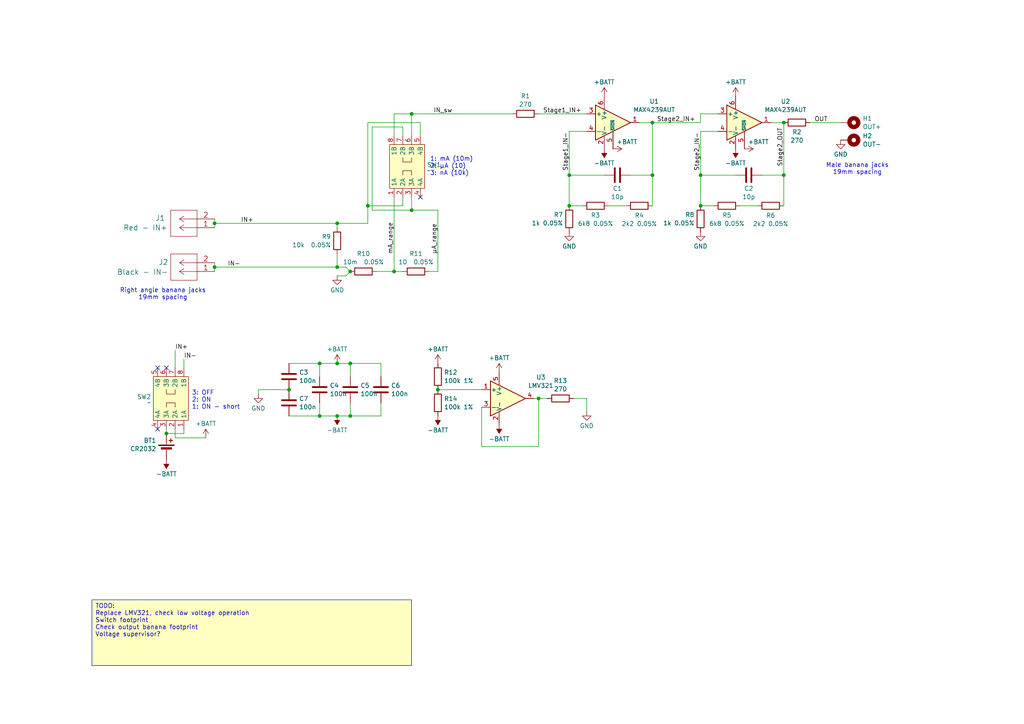
<source format=kicad_sch>
(kicad_sch (version 20231120) (generator "eeschema") (generator_version "8.0")
  (paper "A4")
  (title_block (title "µCurrent") (date "2024-09-23") (rev "A") (company "Xavier B."))
  (lib_symbols
    (symbol "Amplifier_Operational:LMV321" (pin_names (offset 0.127))
      (property "Reference" "U" (at 0 5.08 0))
      (property "Value" "LMV321" (at 0 -5.08 0))
      (symbol "LMV321_0_1"
        (polyline (pts (xy -5.08 5.08) (xy 5.08 0) (xy -5.08 -5.08) (xy -5.08 5.08)) (stroke (width 0.254)) (fill (type background)))
        (pin power_in line (at -2.54 -7.62 90) (length 3.81) (name "V-") (number "2"))
        (pin power_in line (at -2.54 7.62 270) (length 3.81) (name "V+") (number "5"))
      )
      (symbol "LMV321_1_1"
        (pin input line (at -7.62 2.54 0) (length 2.54) (name "+") (number "1"))
        (pin input line (at -7.62 -2.54 0) (length 2.54) (name "-") (number "3"))
        (pin output line (at 7.62 0 180) (length 2.54) (name "~") (number "4"))
      )
    )
    (symbol "Amplifier_Operational:MAX4239AUT" (pin_names (offset 0.127))
      (property "Reference" "U" (at 0 6.35 0))
      (property "Value" "MAX4239AUT" (at 0 3.81 0))
      (symbol "MAX4239AUT_0_1"
        (polyline (pts (xy -5.08 5.08) (xy 5.08 0) (xy -5.08 -5.08) (xy -5.08 5.08)) (stroke (width 0.254)) (fill (type background)))
      )
      (symbol "MAX4239AUT_1_1"
        (pin output line (at 7.62 0 180) (length 2.54) (name "~") (number "1"))
        (pin power_in line (at -2.54 -7.62 90) (length 3.81) (name "V-") (number "2"))
        (pin input line (at -7.62 2.54 0) (length 2.54) (name "+") (number "3"))
        (pin input line (at -7.62 -2.54 0) (length 2.54) (name "-") (number "4"))
        (pin input line (at 0 -7.62 90) (length 5.08) (name "~{SHDN}") (number "5"))
        (pin power_in line (at -2.54 7.62 270) (length 3.81) (name "V+") (number "6"))
      )
    )
    (symbol "Device:Battery_Cell" (pin_numbers hide) (pin_names (offset 0) hide)
      (property "Reference" "BT" (at 2.54 2.54 0))
      (property "Value" "Battery_Cell" (at 2.54 0 0))
      (symbol "Battery_Cell_0_1"
        (rectangle (start -2.286 1.778) (end 2.286 1.524) (fill (type outline)))
        (rectangle (start -1.524 1.016) (end 1.524 0.508) (fill (type outline)))
        (polyline (pts (xy 0 0.762) (xy 0 0)))
        (polyline (pts (xy 0 1.778) (xy 0 2.54)))
        (polyline (pts (xy 0.762 3.048) (xy 1.778 3.048)) (stroke (width 0.254)))
        (polyline (pts (xy 1.27 3.556) (xy 1.27 2.54)) (stroke (width 0.254)))
      )
      (symbol "Battery_Cell_1_1"
        (pin passive line (at 0 5.08 270) (length 2.54) (name "+") (number "1"))
        (pin passive line (at 0 -2.54 90) (length 2.54) (name "-") (number "2"))
      )
    )
    (symbol "Device:C" (pin_numbers hide) (pin_names (offset 0.254))
      (property "Reference" "C" (at 0.635 2.54 0))
      (property "Value" "C" (at 0.635 -2.54 0))
      (symbol "C_0_1"
        (polyline (pts (xy -2.032 -0.762) (xy 2.032 -0.762)) (stroke (width 0.508)))
        (polyline (pts (xy -2.032 0.762) (xy 2.032 0.762)) (stroke (width 0.508)))
      )
      (symbol "C_1_1"
        (pin passive line (at 0 3.81 270) (length 2.794) (name "~") (number "1"))
        (pin passive line (at 0 -3.81 90) (length 2.794) (name "~") (number "2"))
      )
    )
    (symbol "Device:R" (pin_numbers hide) (pin_names (offset 0))
      (property "Reference" "R" (at 2.032 0 90))
      (property "Value" "R" (at 0 0 90))
      (symbol "R_0_1"
        (rectangle (start -1.016 -2.54) (end 1.016 2.54) (stroke (width 0.254)))
      )
      (symbol "R_1_1"
        (pin passive line (at 0 3.81 270) (length 1.27) (name "~") (number "1"))
        (pin passive line (at 0 -3.81 90) (length 1.27) (name "~") (number "2"))
      )
    )
    (symbol "Mechanical:MountingHole_Pad" (pin_numbers hide) (pin_names (offset 1.016) hide)
      (property "Reference" "H" (at 0 6.35 0))
      (property "Value" "MountingHole_Pad" (at 0 4.445 0))
      (symbol "MountingHole_Pad_0_1"
        (circle (center 0 1.27) (radius 1.27) (stroke (width 1.27)))
      )
      (symbol "MountingHole_Pad_1_1"
        (pin input line (at 0 -2.54 90) (length 2.54) (name "1") (number "1"))
      )
    )
    (symbol "_MYLIBRARY:571-0100 4mm Banana PCB 90deg" (pin_names (offset 0.254) hide)
      (property "Reference" "J" (at 8.89 6.35 0))
      (property "Value" "571-0100 4mm Banana PCB 90deg" (at 10.16 0 0))
      (symbol "571-0100 4mm Banana PCB 90deg_1_1"
        (polyline (pts (xy 5.08 -5.08) (xy 12.7 -5.08)) (stroke (width 0.127)))
        (polyline (pts (xy 5.08 2.54) (xy 5.08 -5.08)) (stroke (width 0.127)))
        (polyline (pts (xy 10.16 -2.54) (xy 5.08 -2.54)) (stroke (width 0.127)))
        (polyline (pts (xy 10.16 -2.54) (xy 8.89 -3.3782)) (stroke (width 0.127)))
        (polyline (pts (xy 10.16 -2.54) (xy 8.89 -1.7018)) (stroke (width 0.127)))
        (polyline (pts (xy 10.16 0) (xy 5.08 0)) (stroke (width 0.127)))
        (polyline (pts (xy 10.16 0) (xy 8.89 -0.8382)) (stroke (width 0.127)))
        (polyline (pts (xy 10.16 0) (xy 8.89 0.8382)) (stroke (width 0.127)))
        (polyline (pts (xy 12.7 -5.08) (xy 12.7 2.54)) (stroke (width 0.127)))
        (polyline (pts (xy 12.7 2.54) (xy 5.08 2.54)) (stroke (width 0.127)))
        (pin unspecified line (at 0 0 0) (length 5.08) (name "1") (number "1"))
        (pin unspecified line (at 0 -2.54 0) (length 5.08) (name "2") (number "2"))
      )
    )
    (symbol "_MYLIBRARY:SW_3PDT"
      (property "Reference" "SW" (at 0 3.556 0))
      (symbol "SW_3PDT_0_1"
        (polyline (pts (xy -2.54 1.27) (xy -1.27 1.27) (xy -1.27 -1.27) (xy -2.54 -1.27)))
        (polyline (pts (xy 2.54 -1.27) (xy 1.27 -1.27) (xy 1.27 1.27) (xy 2.54 1.27)))
      )
      (symbol "SW_3PDT_1_1"
        (rectangle (start -6.35 5.08) (end 6.35 -5.08) (fill (type background)))
        (pin unspecified line (at -8.89 3.81 0) (length 2.54) (name "1A") (number "1"))
        (pin unspecified line (at -8.89 1.27 0) (length 2.54) (name "2A") (number "2"))
        (pin unspecified line (at -8.89 -1.27 0) (length 2.54) (name "3A") (number "3"))
        (pin unspecified line (at -8.89 -3.81 0) (length 2.54) (name "4A") (number "4"))
        (pin unspecified line (at 8.89 -3.81 180) (length 2.54) (name "4B") (number "5"))
        (pin unspecified line (at 8.89 -1.27 180) (length 2.54) (name "3B") (number "6"))
        (pin unspecified line (at 8.89 1.27 180) (length 2.54) (name "2B") (number "7"))
        (pin unspecified line (at 8.89 3.81 180) (length 2.54) (name "1B") (number "8"))
      )
    )
    (symbol "power:+BATT" (power) (pin_names (offset 0))
      (property "Value" "+BATT" (at 0 3.556 0))
      (symbol "+BATT_0_1"
        (polyline (pts (xy -0.762 1.27) (xy 0 2.54)))
        (polyline (pts (xy 0 0) (xy 0 2.54)))
        (polyline (pts (xy 0 2.54) (xy 0.762 1.27)))
      )
      (symbol "+BATT_1_1"
        (pin power_in line (at 0 0 90) (length 0) hide (name "+BATT") (number "1"))
      )
    )
    (symbol "power:-BATT" (power) (pin_names (offset 0))
      (property "Value" "-BATT" (at 0 3.556 0))
      (symbol "-BATT_0_1"
        (polyline (pts (xy 0 0) (xy 0 2.54)))
        (polyline (pts (xy 0.762 1.27) (xy -0.762 1.27) (xy 0 2.54) (xy 0.762 1.27)) (fill (type outline)))
      )
      (symbol "-BATT_1_1"
        (pin power_in line (at 0 0 90) (length 0) hide (name "-BATT") (number "1"))
      )
    )
    (symbol "power:GND" (power) (pin_names (offset 0))
      (property "Value" "GND" (at 0 -3.81 0))
      (symbol "GND_0_1"
        (polyline (pts (xy 0 0) (xy 0 -1.27) (xy 1.27 -1.27) (xy 0 -2.54) (xy -1.27 -1.27) (xy 0 -1.27)))
      )
      (symbol "GND_1_1"
        (pin power_in line (at 0 0 270) (length 0) hide (name "GND") (number "1"))
      )
    )
  )
  (junction (at 62.23 77.47))
  (junction (at 156.21 115.57))
  (junction (at 127 113.03))
  (junction (at 101.6 105.41))
  (junction (at 203.2 50.8))
  (junction (at 165.1 59.69))
  (junction (at 92.71 120.65))
  (junction (at 48.26 125.73))
  (junction (at 189.23 35.56))
  (junction (at 97.79 77.47))
  (junction (at 119.38 33.02))
  (junction (at 101.6 78.74))
  (junction (at 97.79 120.65))
  (junction (at 97.79 105.41))
  (junction (at 62.23 64.77))
  (junction (at 189.23 50.8))
  (junction (at 119.38 60.96))
  (junction (at 101.6 120.65))
  (junction (at 106.68 59.69))
  (junction (at 92.71 105.41))
  (junction (at 83.82 113.03))
  (junction (at 97.79 64.77))
  (junction (at 114.3 78.74))
  (junction (at 227.33 35.56))
  (junction (at 165.1 50.8))
  (junction (at 227.33 50.8))
  (junction (at 203.2 59.69))
  (no_connect (at 45.72 124.46))
  (no_connect (at 45.72 106.68))
  (no_connect (at 48.26 106.68))
  (no_connect (at 121.92 57.15))
  (wire (pts (xy 165.1 50.8) (xy 175.26 50.8)))
  (wire (pts (xy 62.23 77.47) (xy 97.79 77.47)))
  (wire (pts (xy 53.34 104.14) (xy 53.34 106.68)))
  (wire (pts (xy 203.2 38.1) (xy 203.2 50.8)))
  (wire (pts (xy 114.3 57.15) (xy 114.3 78.74)))
  (wire (pts (xy 110.49 120.65) (xy 110.49 116.84)))
  (wire (pts (xy 50.8 101.6) (xy 50.8 106.68)))
  (wire (pts (xy 127 60.96) (xy 119.38 60.96)))
  (wire (pts (xy 227.33 35.56) (xy 223.52 35.56)))
  (wire (pts (xy 203.2 38.1) (xy 208.28 38.1)))
  (wire (pts (xy 170.18 115.57) (xy 170.18 119.38)))
  (wire (pts (xy 119.38 33.02) (xy 148.59 33.02)))
  (wire (pts (xy 156.21 115.57) (xy 158.75 115.57)))
  (wire (pts (xy 107.95 36.83) (xy 116.84 36.83)))
  (wire (pts (xy 92.71 105.41) (xy 97.79 105.41)))
  (wire (pts (xy 101.6 120.65) (xy 110.49 120.65)))
  (wire (pts (xy 139.7 129.54) (xy 156.21 129.54)))
  (wire (pts (xy 62.23 64.77) (xy 62.23 66.04)))
  (wire (pts (xy 243.84 35.56) (xy 234.95 35.56)))
  (wire (pts (xy 110.49 105.41) (xy 110.49 109.22)))
  (wire (pts (xy 156.21 33.02) (xy 170.18 33.02)))
  (wire (pts (xy 127 60.96) (xy 127 78.74)))
  (wire (pts (xy 97.79 73.66) (xy 97.79 77.47)))
  (wire (pts (xy 114.3 78.74) (xy 116.84 78.74)))
  (wire (pts (xy 114.3 39.37) (xy 114.3 33.02)))
  (wire (pts (xy 203.2 33.02) (xy 203.2 35.56)))
  (wire (pts (xy 189.23 35.56) (xy 185.42 35.56)))
  (wire (pts (xy 83.82 120.65) (xy 92.71 120.65)))
  (wire (pts (xy 97.79 77.47) (xy 100.33 77.47)))
  (wire (pts (xy 107.95 60.96) (xy 119.38 60.96)))
  (wire (pts (xy 106.68 64.77) (xy 106.68 59.69)))
  (wire (pts (xy 203.2 59.69) (xy 207.01 59.69)))
  (wire (pts (xy 100.33 80.01) (xy 101.6 78.74)))
  (wire (pts (xy 109.22 78.74) (xy 114.3 78.74)))
  (wire (pts (xy 114.3 33.02) (xy 119.38 33.02)))
  (wire (pts (xy 176.53 59.69) (xy 181.61 59.69)))
  (wire (pts (xy 97.79 120.65) (xy 101.6 120.65)))
  (wire (pts (xy 189.23 50.8) (xy 189.23 59.69)))
  (wire (pts (xy 203.2 33.02) (xy 208.28 33.02)))
  (wire (pts (xy 165.1 38.1) (xy 165.1 50.8)))
  (wire (pts (xy 203.2 35.56) (xy 189.23 35.56)))
  (wire (pts (xy 53.34 124.46) (xy 53.34 125.73)))
  (wire (pts (xy 74.93 113.03) (xy 83.82 113.03)))
  (wire (pts (xy 121.92 35.56) (xy 121.92 39.37)))
  (wire (pts (xy 101.6 78.74) (xy 100.33 77.47)))
  (wire (pts (xy 62.23 77.47) (xy 62.23 78.74)))
  (wire (pts (xy 227.33 50.8) (xy 227.33 59.69)))
  (wire (pts (xy 48.26 125.73) (xy 48.26 124.46)))
  (wire (pts (xy 74.93 114.3) (xy 74.93 113.03)))
  (wire (pts (xy 62.23 76.2) (xy 62.23 77.47)))
  (wire (pts (xy 139.7 118.11) (xy 139.7 129.54)))
  (wire (pts (xy 101.6 105.41) (xy 110.49 105.41)))
  (wire (pts (xy 62.23 64.77) (xy 97.79 64.77)))
  (wire (pts (xy 127 78.74) (xy 124.46 78.74)))
  (wire (pts (xy 50.8 124.46) (xy 50.8 127)))
  (wire (pts (xy 92.71 105.41) (xy 92.71 109.22)))
  (wire (pts (xy 106.68 35.56) (xy 121.92 35.56)))
  (wire (pts (xy 165.1 38.1) (xy 170.18 38.1)))
  (wire (pts (xy 119.38 57.15) (xy 119.38 60.96)))
  (wire (pts (xy 116.84 57.15) (xy 116.84 59.69)))
  (wire (pts (xy 156.21 129.54) (xy 156.21 115.57)))
  (wire (pts (xy 62.23 63.5) (xy 62.23 64.77)))
  (wire (pts (xy 83.82 105.41) (xy 92.71 105.41)))
  (wire (pts (xy 97.79 64.77) (xy 106.68 64.77)))
  (wire (pts (xy 116.84 36.83) (xy 116.84 39.37)))
  (wire (pts (xy 106.68 59.69) (xy 106.68 35.56)))
  (wire (pts (xy 203.2 50.8) (xy 213.36 50.8)))
  (wire (pts (xy 97.79 64.77) (xy 97.79 66.04)))
  (wire (pts (xy 116.84 59.69) (xy 106.68 59.69)))
  (wire (pts (xy 166.37 115.57) (xy 170.18 115.57)))
  (wire (pts (xy 220.98 50.8) (xy 227.33 50.8)))
  (wire (pts (xy 127 113.03) (xy 139.7 113.03)))
  (wire (pts (xy 97.79 80.01) (xy 100.33 80.01)))
  (wire (pts (xy 119.38 33.02) (xy 119.38 39.37)))
  (wire (pts (xy 101.6 105.41) (xy 101.6 109.22)))
  (wire (pts (xy 154.94 115.57) (xy 156.21 115.57)))
  (wire (pts (xy 165.1 50.8) (xy 165.1 59.69)))
  (wire (pts (xy 227.33 50.8) (xy 227.33 35.56)))
  (wire (pts (xy 107.95 60.96) (xy 107.95 36.83)))
  (wire (pts (xy 53.34 125.73) (xy 48.26 125.73)))
  (wire (pts (xy 101.6 116.84) (xy 101.6 120.65)))
  (wire (pts (xy 189.23 50.8) (xy 189.23 35.56)))
  (wire (pts (xy 92.71 116.84) (xy 92.71 120.65)))
  (wire (pts (xy 165.1 59.69) (xy 168.91 59.69)))
  (wire (pts (xy 182.88 50.8) (xy 189.23 50.8)))
  (wire (pts (xy 203.2 50.8) (xy 203.2 59.69)))
  (wire (pts (xy 50.8 127) (xy 59.69 127)))
  (wire (pts (xy 214.63 59.69) (xy 219.71 59.69)))
  (wire (pts (xy 92.71 120.65) (xy 97.79 120.65)))
  (wire (pts (xy 97.79 105.41) (xy 101.6 105.41)))
  (text_box "TODO:\nReplace LMV321, check low voltage operation\nSwitch footprint\nCheck output banana footprint\nVoltage supervisor?\n" (at 26.67 173.99 0) (size 92.71 19.05) (fill (type color) (color 255 255 194 1)) (effects (font (size 1.27 1.27)) (justify left top)))
  (text "Right angle banana jacks\n19mm spacing" (at 47.244 85.344 0) (effects (font (size 1.27 1.27))))
  (text "3: OFF\n2: ON\n1: ON - short" (at 55.626 116.078 0) (effects (font (size 1.27 1.27)) (justify left)))
  (text "1: mA (10m)\n2: µA (10)\n3: nA (10k)" (at 124.714 48.26 0) (effects (font (size 1.27 1.27)) (justify left)))
  (text "Male banana jacks\n19mm spacing" (at 248.666 49.022 0) (effects (font (size 1.27 1.27))))
  (label "IN+" (at 69.85 64.77 0))
  (label "IN_sw" (at 125.73 33.02 0))
  (label "IN+" (at 50.8 101.6 0))
  (label "OUT" (at 236.22 35.56 0))
  (label "Stage2_IN+" (at 190.5 35.56 0))
  (label "IN-" (at 53.34 104.14 0))
  (label "µA_range" (at 127 73.66 90))
  (label "Stage2_IN-" (at 203.2 49.53 90))
  (label "Stage1_IN-" (at 165.1 49.53 90))
  (label "Stage2_OUT" (at 227.33 48.26 90))
  (label "mA_range" (at 114.3 73.66 90))
  (label "Stage1_IN+" (at 157.48 33.02 0))
  (label "IN-" (at 66.04 77.47 0))
  (symbol (lib_id "Device:C") (at 83.82 116.84 0) (unit 1)
    (property "Reference" "C7" (at 86.741 115.6278 0) (effects (justify left)))
    (property "Value" "100n" (at 86.741 118.0521 0) (effects (justify left)))
    (property "Footprint" "Capacitor_SMD:C_0603_1608Metric_Pad1.08x0.95mm_HandSolder" (effects (hide yes)))
    (property "Description" "Unpolarized capacitor" (effects (hide yes)))
  )
  (symbol (lib_id "power:+BATT") (at 97.79 105.41 0) (unit 1)
    (property "Reference" "#PWR010" (effects (hide yes)))
    (property "Value" "+BATT" (at 97.79 101.2769 0))
    (property "Description" "Power symbol creates a global label with name \"+BATT\"" (effects (hide yes)))
  )
  (symbol (lib_id "Device:R") (at 97.79 69.85 0) (unit 1)
    (property "Reference" "R9" (at 96.012 68.6378 0) (effects (justify right)))
    (property "Value" "10k  0.05%" (at 96.012 71.0621 0) (effects (justify right)))
    (property "Footprint" "Resistor_SMD:R_0603_1608Metric_Pad0.98x0.95mm_HandSolder" (effects (hide yes)))
    (property "Description" "Resistor" (effects (hide yes)))
  )
  (symbol (lib_id "power:+BATT") (at 59.69 127 0) (unit 1)
    (property "Reference" "#PWR018" (effects (hide yes)))
    (property "Value" "+BATT" (at 59.69 122.8669 0))
    (property "Description" "Power symbol creates a global label with name \"+BATT\"" (effects (hide yes)))
  )
  (symbol (lib_id "_MYLIBRARY:SW_3PDT") (at 118.11 48.26 90) (unit 1)
    (property "Reference" "SW1" (at 123.825 47.7908 90) (effects (justify right)))
    (property "Value" "~" (at 123.825 49.4722 90) (effects (justify right)))
    (property "Footprint" "footprints:L203011MS02Q_3PDT_switch" (effects (hide yes)))
  )
  (symbol (lib_id "power:+BATT") (at 144.78 107.95 0) (unit 1)
    (property "Reference" "#PWR012" (effects (hide yes)))
    (property "Value" "+BATT" (at 144.78 103.8169 0))
    (property "Description" "Power symbol creates a global label with name \"+BATT\"" (effects (hide yes)))
  )
  (symbol (lib_id "power:+BATT") (at 215.9 43.18 270) (unit 1)
    (property "Reference" "#PWR07" (effects (hide yes)))
    (property "Value" "+BATT" (at 216.916 41.148 90) (effects (justify left)))
    (property "Description" "Power symbol creates a global label with name \"+BATT\"" (effects (hide yes)))
  )
  (symbol (lib_id "Device:R") (at 231.14 35.56 90) (unit 1)
    (property "Reference" "R2" (at 231.14 38.2961 90))
    (property "Value" "270" (at 231.14 40.7204 90))
    (property "Footprint" "Resistor_SMD:R_0805_2012Metric_Pad1.20x1.40mm_HandSolder" (effects (hide yes)))
    (property "Description" "Resistor" (effects (hide yes)))
  )
  (symbol (lib_id "Device:R") (at 185.42 59.69 90) (unit 1)
    (property "Reference" "R4" (at 185.42 62.484 90))
    (property "Value" "2k2 0.05%" (at 185.42 64.9083 90))
    (property "Footprint" "Resistor_SMD:R_0603_1608Metric_Pad0.98x0.95mm_HandSolder" (effects (hide yes)))
    (property "Description" "Resistor" (effects (hide yes)))
  )
  (symbol (lib_id "power:-BATT") (at 127 120.65 180) (unit 1)
    (property "Reference" "#PWR016" (effects (hide yes)))
    (property "Value" "-BATT" (at 127 124.7831 0))
    (property "Description" "Power symbol creates a global label with name \"-BATT\"" (effects (hide yes)))
  )
  (symbol (lib_id "Device:C") (at 101.6 113.03 0) (unit 1)
    (property "Reference" "C5" (at 104.521 111.8178 0) (effects (justify left)))
    (property "Value" "100n" (at 104.521 114.2421 0) (effects (justify left)))
    (property "Footprint" "Capacitor_SMD:C_0603_1608Metric_Pad1.08x0.95mm_HandSolder" (effects (hide yes)))
    (property "Description" "Unpolarized capacitor" (effects (hide yes)))
  )
  (symbol (lib_id "Device:R") (at 223.52 59.69 90) (unit 1)
    (property "Reference" "R6" (at 223.52 62.484 90))
    (property "Value" "2k2 0.05%" (at 223.52 64.9083 90))
    (property "Footprint" "Resistor_SMD:R_0603_1608Metric_Pad0.98x0.95mm_HandSolder" (effects (hide yes)))
    (property "Description" "Resistor" (effects (hide yes)))
  )
  (symbol (lib_id "Device:C") (at 110.49 113.03 0) (unit 1)
    (property "Reference" "C6" (at 113.411 111.8178 0) (effects (justify left)))
    (property "Value" "100n" (at 113.411 114.2421 0) (effects (justify left)))
    (property "Footprint" "Capacitor_SMD:C_0603_1608Metric_Pad1.08x0.95mm_HandSolder" (effects (hide yes)))
    (property "Description" "Unpolarized capacitor" (effects (hide yes)))
  )
  (symbol (lib_id "Device:R") (at 152.4 33.02 90) (unit 1)
    (property "Reference" "R1" (at 152.4 27.8595 90))
    (property "Value" "270" (at 152.4 30.2838 90))
    (property "Footprint" "Resistor_SMD:R_0805_2012Metric_Pad1.20x1.40mm_HandSolder" (effects (hide yes)))
    (property "Description" "Resistor" (effects (hide yes)))
  )
  (symbol (lib_id "Mechanical:MountingHole_Pad") (at 246.38 40.64 270) (unit 1)
    (property "Reference" "H2" (at 250.19 39.4278 90) (effects (justify left)))
    (property "Value" "OUT-" (at 250.19 41.8521 90) (effects (justify left)))
    (property "Footprint" "MountingHole:MountingHole_4.3mm_M4_Pad_Via" (effects (hide yes)))
    (property "Description" "Mounting Hole with connection" (effects (hide yes)))
  )
  (symbol (lib_id "Device:R") (at 105.41 78.74 270) (unit 1)
    (property "Reference" "R10" (at 105.41 73.5795 90))
    (property "Value" "10m  0.05%" (at 105.41 76.0038 90))
    (property "Footprint" "Resistor_SMD:R_2512_6332Metric_Pad1.40x3.35mm_HandSolder" (effects (hide yes)))
    (property "Description" "Resistor" (effects (hide yes)))
  )
  (symbol (lib_id "power:GND") (at 243.84 40.64 0) (unit 1)
    (property "Reference" "#PWR03" (effects (hide yes)))
    (property "Value" "GND" (at 243.84 44.7731 0))
    (property "Description" "Power symbol creates a global label with name \"GND\" , ground" (effects (hide yes)))
  )
  (symbol (lib_id "power:GND") (at 203.2 67.31 0) (unit 1)
    (property "Reference" "#PWR09" (effects (hide yes)))
    (property "Value" "GND" (at 203.2 71.4431 0))
    (property "Description" "Power symbol creates a global label with name \"GND\" , ground" (effects (hide yes)))
  )
  (symbol (lib_id "_MYLIBRARY:571-0100 4mm Banana PCB 90deg") (at 62.23 78.74 180) (unit 1)
    (property "Reference" "J2" (at 48.8316 76.0535 0) (effects (font (size 1.524 1.524)) (justify left)))
    (property "Value" "Black - IN-" (at 48.8316 78.8864 0) (effects (font (size 1.524 1.524)) (justify left)))
    (property "Footprint" "footprints:571-0100_Black" (effects (hide yes)))
  )
  (symbol (lib_id "_MYLIBRARY:SW_3PDT") (at 49.53 115.57 270) (mirror x) (unit 1)
    (property "Reference" "SW2" (at 43.815 115.1008 90) (effects (justify right)))
    (property "Value" "~" (at 43.815 116.7822 90) (effects (justify right)))
    (property "Footprint" "footprints:L203011MS02Q_3PDT_switch" (effects (hide yes)))
  )
  (symbol (lib_id "Device:R") (at 172.72 59.69 90) (unit 1)
    (property "Reference" "R3" (at 172.72 62.4261 90))
    (property "Value" "6k8 0.05%" (at 172.72 64.8504 90))
    (property "Footprint" "Resistor_SMD:R_0603_1608Metric_Pad0.98x0.95mm_HandSolder" (effects (hide yes)))
    (property "Description" "Resistor" (effects (hide yes)))
  )
  (symbol (lib_id "Mechanical:MountingHole_Pad") (at 246.38 35.56 270) (unit 1)
    (property "Reference" "H1" (at 250.19 34.3478 90) (effects (justify left)))
    (property "Value" "OUT+" (at 250.19 36.7721 90) (effects (justify left)))
    (property "Footprint" "MountingHole:MountingHole_4.3mm_M4_Pad_Via" (effects (hide yes)))
    (property "Description" "Mounting Hole with connection" (effects (hide yes)))
  )
  (symbol (lib_id "power:-BATT") (at 48.26 133.35 180) (unit 1)
    (property "Reference" "#PWR019" (effects (hide yes)))
    (property "Value" "-BATT" (at 48.26 137.4831 0))
    (property "Description" "Power symbol creates a global label with name \"-BATT\"" (effects (hide yes)))
  )
  (symbol (lib_id "Device:R") (at 210.82 59.69 90) (unit 1)
    (property "Reference" "R5" (at 210.82 62.4261 90))
    (property "Value" "6k8 0.05%" (at 210.82 64.8504 90))
    (property "Footprint" "Resistor_SMD:R_0603_1608Metric_Pad0.98x0.95mm_HandSolder" (effects (hide yes)))
    (property "Description" "Resistor" (effects (hide yes)))
  )
  (symbol (lib_id "Device:R") (at 165.1 63.5 180) (unit 1)
    (property "Reference" "R7" (at 163.3221 62.2878 0) (effects (justify left)))
    (property "Value" "1k 0.05%" (at 163.3221 64.7121 0) (effects (justify left)))
    (property "Footprint" "Resistor_SMD:R_0603_1608Metric_Pad0.98x0.95mm_HandSolder" (effects (hide yes)))
    (property "Description" "Resistor" (effects (hide yes)))
  )
  (symbol (lib_id "Device:C") (at 92.71 113.03 0) (unit 1)
    (property "Reference" "C4" (at 95.631 111.8178 0) (effects (justify left)))
    (property "Value" "100n" (at 95.631 114.2421 0) (effects (justify left)))
    (property "Footprint" "Capacitor_SMD:C_0603_1608Metric_Pad1.08x0.95mm_HandSolder" (effects (hide yes)))
    (property "Description" "Unpolarized capacitor" (effects (hide yes)))
  )
  (symbol (lib_id "Device:Battery_Cell") (at 48.26 130.81 0) (unit 1)
    (property "Reference" "BT1" (at 45.339 127.7563 0) (effects (justify right)))
    (property "Value" "CR2032" (at 45.339 130.1806 0) (effects (justify right)))
    (property "Footprint" "Battery:BatteryHolder_Multicomp_BC-2001_1x2032" (effects (hide yes)))
    (property "Description" "Single-cell battery" (effects (hide yes)))
  )
  (symbol (lib_id "Device:R") (at 120.65 78.74 270) (unit 1)
    (property "Reference" "R11" (at 120.65 73.5795 90))
    (property "Value" "10  0.05%" (at 120.65 76.0038 90))
    (property "Footprint" "Resistor_SMD:R_0805_2012Metric_Pad1.20x1.40mm_HandSolder" (effects (hide yes)))
    (property "Description" "Resistor" (effects (hide yes)))
  )
  (symbol (lib_id "Device:C") (at 217.17 50.8 90) (unit 1)
    (property "Reference" "C2" (at 217.17 54.6791 90))
    (property "Value" "10p" (at 217.17 57.1034 90))
    (property "Footprint" "Capacitor_SMD:C_0603_1608Metric_Pad1.08x0.95mm_HandSolder" (effects (hide yes)))
    (property "Description" "Unpolarized capacitor" (effects (hide yes)))
  )
  (symbol (lib_id "power:GND") (at 170.18 119.38 0) (unit 1)
    (property "Reference" "#PWR014" (effects (hide yes)))
    (property "Value" "GND" (at 170.18 123.5131 0))
    (property "Description" "Power symbol creates a global label with name \"GND\" , ground" (effects (hide yes)))
  )
  (symbol (lib_id "Device:C") (at 179.07 50.8 90) (unit 1)
    (property "Reference" "C1" (at 179.07 54.6791 90))
    (property "Value" "10p" (at 179.07 57.1034 90))
    (property "Footprint" "Capacitor_SMD:C_0603_1608Metric_Pad1.08x0.95mm_HandSolder" (effects (hide yes)))
    (property "Description" "Unpolarized capacitor" (effects (hide yes)))
  )
  (symbol (lib_id "power:-BATT") (at 175.26 43.18 180) (unit 1)
    (property "Reference" "#PWR04" (effects (hide yes)))
    (property "Value" "-BATT" (at 175.26 47.3131 0))
    (property "Description" "Power symbol creates a global label with name \"-BATT\"" (effects (hide yes)))
  )
  (symbol (lib_id "Device:R") (at 203.2 63.5 180) (unit 1)
    (property "Reference" "R8" (at 201.4221 62.2878 0) (effects (justify left)))
    (property "Value" "1k 0.05%" (at 201.4221 64.7121 0) (effects (justify left)))
    (property "Footprint" "Resistor_SMD:R_0603_1608Metric_Pad0.98x0.95mm_HandSolder" (effects (hide yes)))
    (property "Description" "Resistor" (effects (hide yes)))
  )
  (symbol (lib_id "power:GND") (at 97.79 80.01 0) (unit 1)
    (property "Reference" "#PWR020" (effects (hide yes)))
    (property "Value" "GND" (at 97.79 84.1431 0))
    (property "Description" "Power symbol creates a global label with name \"GND\" , ground" (effects (hide yes)))
  )
  (symbol (lib_id "Device:R") (at 127 109.22 180) (unit 1)
    (property "Reference" "R12" (at 128.778 108.0078 0) (effects (justify right)))
    (property "Value" "100k 1%" (at 128.778 110.4321 0) (effects (justify right)))
    (property "Footprint" "Resistor_SMD:R_0603_1608Metric_Pad0.98x0.95mm_HandSolder" (effects (hide yes)))
    (property "Description" "Resistor" (effects (hide yes)))
  )
  (symbol (lib_id "power:GND") (at 74.93 114.3 0) (unit 1)
    (property "Reference" "#PWR013" (effects (hide yes)))
    (property "Value" "GND" (at 74.93 118.4331 0))
    (property "Description" "Power symbol creates a global label with name \"GND\" , ground" (effects (hide yes)))
  )
  (symbol (lib_id "power:+BATT") (at 177.8 43.18 270) (unit 1)
    (property "Reference" "#PWR05" (effects (hide yes)))
    (property "Value" "+BATT" (at 178.816 41.148 90) (effects (justify left)))
    (property "Description" "Power symbol creates a global label with name \"+BATT\"" (effects (hide yes)))
  )
  (symbol (lib_id "Amplifier_Operational:MAX4239AUT") (at 215.9 35.56 0) (unit 1)
    (property "Reference" "U2" (at 227.8403 29.415 0))
    (property "Value" "MAX4239AUT" (at 227.8403 31.8393 0))
    (property "Footprint" "Package_TO_SOT_SMD:SOT-23-6" (effects (hide yes)))
    (property "Datasheet" "http://datasheets.maximintegrated.com/en/ds/MAX4238-MAX4239.pdf" (effects (hide yes)))
    (property "Description" "Ultra-Low Offset/Drift, Low-Noise, Precision Amplifiers, SOT-23-6" (effects (hide yes)))
  )
  (symbol (lib_id "Device:R") (at 162.56 115.57 90) (unit 1)
    (property "Reference" "R13" (at 162.56 110.4095 90))
    (property "Value" "270" (at 162.56 112.8338 90))
    (property "Footprint" "Resistor_SMD:R_0805_2012Metric_Pad1.20x1.40mm_HandSolder" (effects (hide yes)))
    (property "Description" "Resistor" (effects (hide yes)))
  )
  (symbol (lib_id "power:-BATT") (at 97.79 120.65 180) (unit 1)
    (property "Reference" "#PWR015" (effects (hide yes)))
    (property "Value" "-BATT" (at 97.79 124.7831 0))
    (property "Description" "Power symbol creates a global label with name \"-BATT\"" (effects (hide yes)))
  )
  (symbol (lib_id "power:+BATT") (at 213.36 27.94 0) (unit 1)
    (property "Reference" "#PWR02" (effects (hide yes)))
    (property "Value" "+BATT" (at 213.36 23.8069 0))
    (property "Description" "Power symbol creates a global label with name \"+BATT\"" (effects (hide yes)))
  )
  (symbol (lib_id "power:-BATT") (at 213.36 43.18 180) (unit 1)
    (property "Reference" "#PWR06" (effects (hide yes)))
    (property "Value" "-BATT" (at 213.36 47.3131 0))
    (property "Description" "Power symbol creates a global label with name \"-BATT\"" (effects (hide yes)))
  )
  (symbol (lib_id "power:+BATT") (at 127 105.41 0) (unit 1)
    (property "Reference" "#PWR011" (effects (hide yes)))
    (property "Value" "+BATT" (at 127 101.2769 0))
    (property "Description" "Power symbol creates a global label with name \"+BATT\"" (effects (hide yes)))
  )
  (symbol (lib_id "_MYLIBRARY:571-0100 4mm Banana PCB 90deg") (at 62.23 66.04 180) (unit 1)
    (property "Reference" "J1" (at 46.482 63.246 0) (effects (font (size 1.524 1.524))))
    (property "Value" "Red - IN+" (at 42.164 66.04 0) (effects (font (size 1.524 1.524))))
    (property "Footprint" "footprints:571-0100_Black" (effects (hide yes)))
  )
  (symbol (lib_id "Device:R") (at 127 116.84 180) (unit 1)
    (property "Reference" "R14" (at 128.778 115.6278 0) (effects (justify right)))
    (property "Value" "100k 1%" (at 128.778 118.0521 0) (effects (justify right)))
    (property "Footprint" "Resistor_SMD:R_0603_1608Metric_Pad0.98x0.95mm_HandSolder" (effects (hide yes)))
    (property "Description" "Resistor" (effects (hide yes)))
  )
  (symbol (lib_id "Amplifier_Operational:MAX4239AUT") (at 177.8 35.56 0) (unit 1)
    (property "Reference" "U1" (at 189.7403 29.415 0))
    (property "Value" "MAX4239AUT" (at 189.7403 31.8393 0))
    (property "Footprint" "Package_TO_SOT_SMD:SOT-23-6" (effects (hide yes)))
    (property "Datasheet" "http://datasheets.maximintegrated.com/en/ds/MAX4238-MAX4239.pdf" (effects (hide yes)))
    (property "Description" "Ultra-Low Offset/Drift, Low-Noise, Precision Amplifiers, SOT-23-6" (effects (hide yes)))
  )
  (symbol (lib_id "Amplifier_Operational:LMV321") (at 147.32 115.57 0) (unit 1)
    (property "Reference" "U3" (at 156.8715 109.425 0))
    (property "Value" "LMV321" (at 156.8715 111.8493 0))
    (property "Footprint" "Package_TO_SOT_SMD:SOT-23-5_HandSoldering" (effects (hide yes)))
    (property "Datasheet" "http://www.ti.com/lit/ds/symlink/lmv324.pdf" (effects (hide yes)))
    (property "Description" "Low-Voltage Rail-to-Rail Output Operational Amplifiers, SOT-23-5/SC-70-5" (effects (hide yes)))
  )
  (symbol (lib_id "power:GND") (at 165.1 67.31 0) (unit 1)
    (property "Reference" "#PWR08" (effects (hide yes)))
    (property "Value" "GND" (at 165.1 71.4431 0))
    (property "Description" "Power symbol creates a global label with name \"GND\" , ground" (effects (hide yes)))
  )
  (symbol (lib_id "power:+BATT") (at 175.26 27.94 0) (unit 1)
    (property "Reference" "#PWR01" (effects (hide yes)))
    (property "Value" "+BATT" (at 175.26 23.8069 0))
    (property "Description" "Power symbol creates a global label with name \"+BATT\"" (effects (hide yes)))
  )
  (symbol (lib_id "power:-BATT") (at 144.78 123.19 180) (unit 1)
    (property "Reference" "#PWR017" (effects (hide yes)))
    (property "Value" "-BATT" (at 144.78 127.3231 0))
    (property "Description" "Power symbol creates a global label with name \"-BATT\"" (effects (hide yes)))
  )
  (symbol (lib_id "Device:C") (at 83.82 109.22 0) (unit 1)
    (property "Reference" "C3" (at 86.741 108.0078 0) (effects (justify left)))
    (property "Value" "100n" (at 86.741 110.4321 0) (effects (justify left)))
    (property "Footprint" "Capacitor_SMD:C_0603_1608Metric_Pad1.08x0.95mm_HandSolder" (effects (hide yes)))
    (property "Description" "Unpolarized capacitor" (effects (hide yes)))
  )
)
</source>
